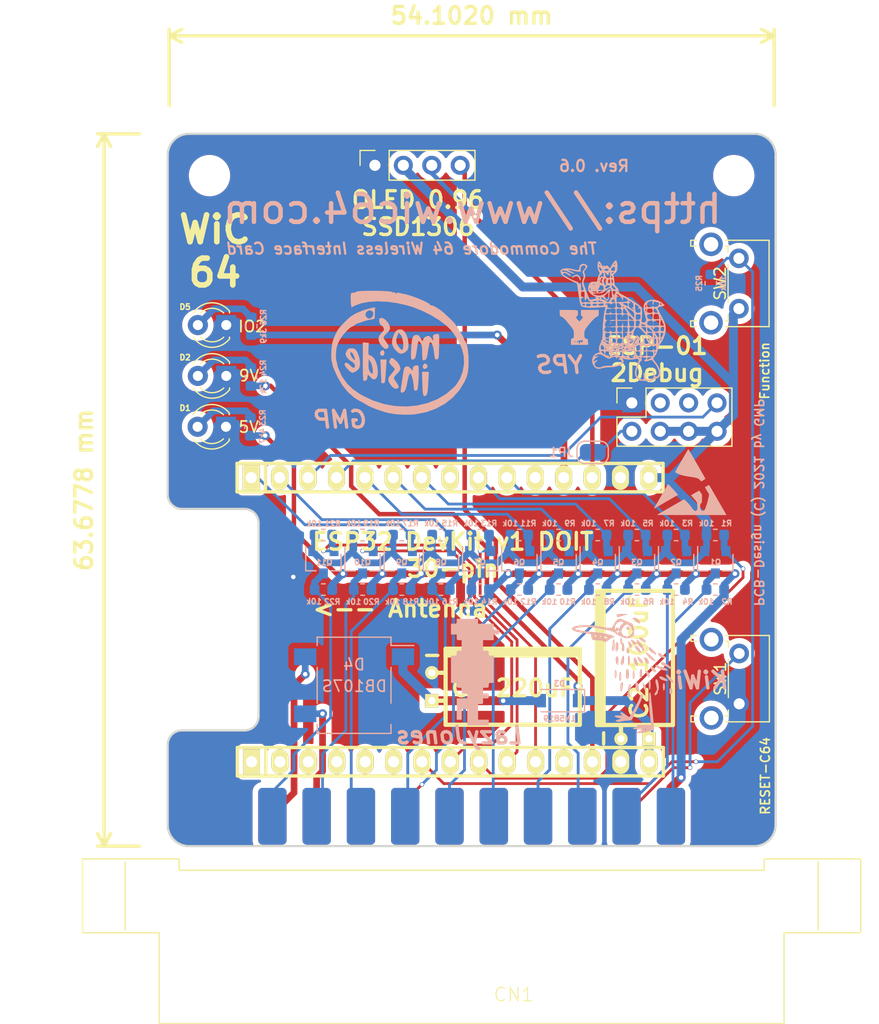
<source format=kicad_pcb>
(kicad_pcb (version 20221018) (generator pcbnew)
  (title_block (title "WiC64 Plugin") (date "2021-03-26") (rev "v0.6") (comment 1 "(C) 2021 by GMP"))
  (layers (0 "F.Cu" signal) (31 "B.Cu" signal) (34 "B.Paste" user) (35 "F.Paste" user) (36 "B.SilkS" user "B.Silkscreen") (37 "F.SilkS" user "F.Silkscreen") (38 "B.Mask" user) (39 "F.Mask" user) (44 "Edge.Cuts" user))
  (net 0 "")
  (net 1 "GND")
  (net 2 "+5V")
  (net 3 "Net-(D3-A)")
  (net 4 "/IO16")
  (net 5 "/IO17")
  (net 6 "/IO18")
  (net 7 "/IO19")
  (net 8 "/VIN")
  (net 9 "/IO21")
  (net 10 "/IO22")
  (net 11 "/IO23")
  (net 12 "/IO25")
  (net 13 "/IO27")
  (net 14 "/IO26")
  (net 15 "/IO14")
  (net 16 "Net-(CN1-RESET)")
  (net 17 "/PC2")
  (net 20 "/FLAG2")
  (net 21 "/PB0")
  (net 22 "/PB1")
  (net 23 "/PB2")
  (net 24 "/PB3")
  (net 25 "/PB4")
  (net 26 "/PB5")
  (net 27 "/PB6")
  (net 28 "/PB7")
  (net 29 "/PA2")
  (net 32 "/SDA")
  (net 33 "/SCL")
  (net 34 "/TX")
  (net 35 "/RX")
  (net 37 "/IO2")
  (net 38 "Net-(CN1-9VAC1)")
  (net 39 "/SW2C")
  (net 40 "/JP1C")
  (net 41 "Net-(CN1-9VAC2)")
  (net 42 "Net-(D1-A)")
  (net 43 "Net-(D2-A)")
  (net 44 "Net-(D5-A)")
  (net 45 "+3.3V")
  (footprint "cbm-connectors:UPS24CONN" (layer "F.Cu") (at 149.352 138.4808 180)
    (fp_text reference "CN1")
    (fp_text value "USERPORT-C64" hide)
  )
  (footprint "LED_THT:LED_D3.0mm" (layer "F.Cu") (at 127.4064 97.8408 180)
    (fp_text reference "D2")
    (fp_text value "9V")
  )
  (footprint "LED_THT:LED_D3.0mm" (layer "F.Cu") (at 127.381 102.3874 180)
    (fp_text reference "D1")
    (fp_text value "5V")
  )
  (footprint "w_capacitors:CP_6.3x11mm_hor" (layer "F.Cu") (at 163.957 123.7488 90)
    (fp_text reference "C2")
    (fp_text value "100uF")
  )
  (footprint "Button_Switch_THT:SW_Tactile_SPST_Angled_PTS645Vx58-2LFS" (layer "F.Cu") (at 173.2788 122.6566 -90)
    (fp_text reference "SW1")
    (fp_text value "RESET-C64")
  )
  (footprint "w_capacitors:CP_6.3x11mm_hor" (layer "F.Cu") (at 152.3238 125.6284)
    (fp_text reference "C1")
    (fp_text value "220uF")
  )
  (footprint "Button_Switch_THT:SW_Tactile_SPST_Angled_PTS645Vx58-2LFS" (layer "F.Cu") (at 173.2534 87.3252 -90)
    (fp_text reference "SW2")
    (fp_text value "Function")
  )
  (footprint "MountingHole:MountingHole_3.2mm_M3_ISO7380" (layer "F.Cu") (at 172.7962 79.9338)
    (fp_text reference "REF**")
    (fp_text value "MountingHole_3.2mm_M3_ISO7380")
  )
  (footprint "MountingHole:MountingHole_3.2mm_M3_ISO7380" (layer "F.Cu") (at 125.9078 79.9338)
    (fp_text reference "REF**")
    (fp_text value "MountingHole_3.2mm_M3_ISO7380")
  )
  (footprint "w_pin_strip:pin_socket_15" (layer "F.Cu") (at 147.447 132.334)
    (fp_text reference "XU1-1")
    (fp_text value "Conn_01x15_Female" hide)
  )
  (footprint "w_pin_strip:pin_socket_15" (layer "F.Cu") (at 147.4216 106.934)
    (fp_text reference "XU1-2")
    (fp_text value "Conn_01x15_Female" hide)
  )
  (footprint "LED_THT:LED_D3.0mm" (layer "F.Cu") (at 127.4064 93.2942 180)
    (fp_text reference "D5")
    (fp_text value "IO2")
  )
  (footprint "Connector_PinSocket_2.54mm:PinSocket_1x04_P2.54mm_Vertical" (layer "F.Cu") (at 140.7028 79.0112 90)
    (fp_text reference "XBrd1")
    (fp_text value "Conn_01x04_Female")
  )
  (footprint "Connector_PinSocket_2.54mm:PinSocket_2x04_P2.54mm_Vertical" (layer "F.Cu") (at 163.6776 100.2538 90)
    (fp_text reference "XU2")
    (fp_text value "HEADER_4x2")
  )
  (footprint "Diode_SMD:D_SOD-123" (layer "B.Cu") (at 157.2006 126.873 180)
    (fp_text reference "D3")
    (fp_text value "1N5819")
  )
  (footprint "Diode_SMD:Diode_Bridge_Diotec_SO-DIL-Slim" (layer "B.Cu") (at 138.8364 125.5014 180)
    (fp_text reference "D4")
    (fp_text value "DB107S")
  )
  (footprint "Resistor_SMD:R_0603_1608Metric" (layer "B.Cu") (at 129.5654 102.3874 90)
    (fp_text reference "R23")
    (fp_text value "4k7")
  )
  (footprint "Resistor_SMD:R_0603_1608Metric" (layer "B.Cu") (at 129.6162 97.9424 90)
    (fp_text reference "R24")
    (fp_text value "12k")
  )
  (footprint "Resistor_SMD:R_0603_1608Metric" (layer "B.Cu") (at 164.1348 116.9416 180)
    (fp_text reference "R6")
    (fp_text value "10k")
  )
  (footprint "Package_TO_SOT_SMD:SOT-23" (layer "B.Cu") (at 167.64 114.5032 -90)
    (fp_text reference "Q2")
    (fp_text value "BSS138")
  )
  (footprint "Resistor_SMD:R_0603_1608Metric" (layer "B.Cu") (at 143.1036 112.0648)
    (fp_text reference "R17")
    (fp_text value "10k")
  )
  (footprint "Package_TO_SOT_SMD:SOT-23" (layer "B.Cu") (at 136.0932 114.5032 -90)
    (fp_text reference "Q11")
    (fp_text value "BSS138")
  )
  (footprint "Package_TO_SOT_SMD:SOT-23" (layer "B.Cu") (at 171.1452 114.5032 -90)
    (fp_text reference "Q1")
    (fp_text value "BSS138")
  )
  (footprint "Resistor_SMD:R_0603_1608Metric" (layer "B.Cu") (at 153.6192 116.9416 180)
    (fp_text reference "R12")
    (fp_text value "10k")
  )
  (footprint "Resistor_SMD:R_0603_1608Metric" (layer "B.Cu") (at 143.1036 116.9416 180)
    (fp_text reference "R18")
    (fp_text value "10k")
  )
  (footprint "Package_TO_SOT_SMD:SOT-23" (layer "B.Cu") (at 164.1348 114.5032 -90)
    (fp_text reference "Q3")
    (fp_text value "BSS138")
  )
  (footprint "Package_TO_SOT_SMD:SOT-23" (layer "B.Cu") (at 150.114 114.5032 -90)
    (fp_text reference "Q7")
    (fp_text value "BSS138")
  )
  (footprint "Resistor_SMD:R_0603_1608Metric" (layer "B.Cu") (at 157.1244 116.9416 180)
    (fp_text reference "R10")
    (fp_text value "10k")
  )
  (footprint "Package_TO_SOT_SMD:SOT-23" (layer "B.Cu") (at 143.1036 114.5032 -90)
    (fp_text reference "Q9")
    (fp_text value "BSS138")
  )
  (footprint "Package_TO_SOT_SMD:SOT-23" (layer "B.Cu") (at 160.6296 114.5032 -90)
    (fp_text reference "Q4")
    (fp_text value "BSS138")
  )
  (footprint "Resistor_SMD:R_0603_1608Metric" (layer "B.Cu") (at 160.6296 112.0648)
    (fp_text reference "R7")
    (fp_text value "10k")
  )
  (footprint "Package_TO_SOT_SMD:SOT-23" (layer "B.Cu") (at 157.1244 114.5032 -90)
    (fp_text reference "Q5")
    (fp_text value "BSS138")
  )
  (footprint "Resistor_SMD:R_0603_1608Metric" (layer "B.Cu") (at 139.5984 116.9416 180)
    (fp_text reference "R20")
    (fp_text value "10k")
  )
  (footprint "Package_TO_SOT_SMD:SOT-23" (layer "B.Cu") (at 153.6192 114.5032 -90)
    (fp_text reference "Q6")
    (fp_text value "BSS138")
  )
  (footprint "Resistor_SMD:R_0603_1608Metric" (layer "B.Cu") (at 167.64 116.9416 180)
    (fp_text reference "R4")
    (fp_text value "10k")
  )
  (footprint "Package_TO_SOT_SMD:SOT-23" (layer "B.Cu") (at 146.6088 114.5032 -90)
    (fp_text reference "Q8")
    (fp_text value "BSS138")
  )
  (footprint "Resistor_SMD:R_0603_1608Metric" (layer "B.Cu") (at 164.1348 112.0648)
    (fp_text reference "R5")
    (fp_text value "10k")
  )
  (footprint "Resistor_SMD:R_0603_1608Metric" (layer "B.Cu") (at 136.0932 116.9416 180)
    (fp_text reference "R22")
    (fp_text value "10k")
  )
  (footprint "Resistor_SMD:R_0603_1608Metric" (layer "B.Cu") (at 160.6296 116.9416 180)
    (fp_text reference "R8")
    (fp_text value "10k")
  )
  (footprint "Resistor_SMD:R_0603_1608Metric" (layer "B.Cu") (at 153.6192 112.0648)
    (fp_text reference "R11")
    (fp_text value "10k")
  )
  (footprint "Resistor_SMD:R_0603_1608Metric" (layer "B.Cu") (at 171.1452 116.9416 180)
    (fp_text reference "R2")
    (fp_text value "10k")
  )
  (footprint "Resistor_SMD:R_0603_1608Metric" (layer "B.Cu") (at 146.6088 116.9416 180)
    (fp_text reference "R16")
    (fp_text value "10k")
  )
  (footprint "Resistor_SMD:R_0603_1608Metric" (layer "B.Cu") (at 139.5984 112.0648)
    (fp_text reference "R19")
    (fp_text value "10k")
  )
  (footprint "Resistor_SMD:R_0603_1608Metric" (layer "B.Cu") (at 167.64 112.0648)
    (fp_text reference "R3")
    (fp_text value "10k")
  )
  (footprint "Resistor_SMD:R_0603_1608Metric" (layer "B.Cu") (at 150.114 112.0648)
    (fp_text reference "R13")
    (fp_text value "10k")
  )
  (footprint "Resistor_SMD:R_0603_1608Metric" (layer "B.Cu") (at 157.1244 112.0648)
    (fp_text reference "R9")
    (fp_text value "10k")
  )
  (footprint "Resistor_SMD:R_0603_1608Metric" (layer "B.Cu") (at 171.1452 112.0648)
    (fp_text reference "R1")
    (fp_text value "10k")
  )
  (footprint "Resistor_SMD:R_0603_1608Metric" (layer "B.Cu") (at 146.6088 112.0648)
    (fp_text reference "R15")
    (fp_text value "10k")
  )
  (footprint "Resistor_SMD:R_0603_1608Metric" (layer "B.Cu") (at 136.0932 112.0648)
    (fp_text reference "R21")
    (fp_text value "10k")
  )
  (footprint "Package_TO_SOT_SMD:SOT-23" (layer "B.Cu") (at 139.5984 114.5032 -90)
    (fp_text reference "Q10")
    (fp_text value "BSS138")
  )
  (footprint "Resistor_SMD:R_0603_1608Metric" (layer "B.Cu") (at 150.114 116.9416 180)
    (fp_text reference "R14")
    (fp_text value "10k")
  )
  (footprint "Resistor_SMD:R_0603_1608Metric" (layer "B.Cu") (at 170.7388 89.5604 -90)
    (fp_text reference "R25")
    (fp_text value "10k")
  )
  (footprint "Jumper:SolderJumper-2_P1.3mm_Open_RoundedPad1.0x1.5mm" (layer "B.Cu") (at 160.1724 104.6734)
    (fp_text reference "JP1")
    (fp_text value "Jumper_Open")
  )
  (footprint "Resistor_SMD:R_0603_1608Metric" (layer "B.Cu") (at 129.6416 93.3958 90)
    (fp_text reference "R26")
    (fp_text value "3k9")
  )
  (footprint "Logo:GMP" (layer "B.Cu") (at 142.9004 95.7834 180)
    (fp_text reference "G***" hide)
    (fp_text value "LOGO" hide)
  )
  (footprint "Logo:YPS2" (layer "B.Cu") (at 161.9885 92.9005 180)
    (fp_text reference "G***" hide)
    (fp_text value "LOGO" hide)
  )
  (footprint "Logo:LazyJones2" (layer "B.Cu") (at 149.6695 124.3203 180)
    (fp_text reference "G***" hide)
    (fp_text value "LOGO" hide)
  )
  (footprint "Logo:KiWi" (layer "B.Cu") (at 162.9029 124.4473 180)
    (fp_text reference "G***" hide)
    (fp_text value "LOGO" hide)
  )
  (footprint "Symbol:ESD-Logo_6.6x6mm_SilkScreen" (layer "B.Cu") (at 168.8846 107.315 180)
    (fp_text reference "REF**" hide)
    (fp_text value "ESD-Logo_6.6x6mm_SilkScreen" hide)
  )
  (gr_arc (start 174.498 76.2) (mid 175.975029 76.754971) (end 176.53 78.232) (stroke (width 0.2)) (layer "Edge.Cuts"))
  (gr_arc (start 122.174 78.105) (mid 122.731962 76.757962) (end 124.079 76.2) (stroke (width 0.2)) (layer "Edge.Cuts"))
  (gr_arc (start 124.079 139.8778) (mid 122.774645 139.362778) (end 122.174 138.095571) (stroke (width 0.2)) (layer "Edge.Cuts"))
  (gr_line (start 123.444 129.54) (end 129.0066 129.54) (stroke (width 0.2)) (layer "Edge.Cuts"))
  (gr_arc (start 122.174 130.80855) (mid 122.546487 129.911462) (end 123.444 129.54) (stroke (width 0.2)) (layer "Edge.Cuts"))
  (gr_arc (start 130.302 128.27) (mid 129.929543 129.167144) (end 129.032 129.538636) (stroke (width 0.2)) (layer "Edge.Cuts"))
  (gr_arc (start 129.032 109.728) (mid 129.930026 110.099974) (end 130.302 110.998) (stroke (width 0.2)) (layer "Edge.Cuts"))
  (gr_arc (start 123.444 109.728) (mid 122.545974 109.356026) (end 122.174 108.458) (stroke (width 0.2)) (layer "Edge.Cuts"))
  (gr_line (start 124.0536 139.8778) (end 174.5996 139.8778) (stroke (width 0.2)) (layer "Edge.Cuts"))
  (gr_line (start 123.444 109.728) (end 129.0066 109.728) (stroke (width 0.2)) (layer "Edge.Cuts"))
  (gr_line (start 122.174 78.105) (end 122.174 108.4326) (stroke (width 0.2)) (layer "Edge.Cuts"))
  (gr_line (start 124.079 76.2) (end 174.498 76.2) (stroke (width 0.2)) (layer "Edge.Cuts"))
  (gr_line (start 176.53 78.232) (end 176.53 137.9728) (stroke (width 0.2)) (layer "Edge.Cuts"))
  (gr_line (start 130.302 110.9726) (end 130.302 128.2446) (stroke (width 0.2)) (layer "Edge.Cuts"))
  (gr_arc (start 176.53 137.9728) (mid 175.972038 139.319838) (end 174.625 139.8778) (stroke (width 0.2)) (layer "Edge.Cuts"))
  (gr_line (start 122.174 130.81) (end 122.174 138.0998) (stroke (width 0.2)) (layer "Edge.Cuts"))
  (gr_text "YPS" (at 157.3022 96.8502) (layer "B.SilkS") (effects (font (size 1.5 1.5) (thickness 0.3) italic) (justify mirror)))
  (gr_text "GMP" (at 137.668 101.7397) (layer "B.SilkS") (effects (font (size 1.5 1.5) (thickness 0.3) italic) (justify mirror)))
  (gr_text "Rev. 0.6" (at 160.2994 79.0702) (layer "B.SilkS") (effects (font (size 1 1) (thickness 0.2)) (justify mirror)))
  (gr_text "LazyJones" (at 148.2852 129.9718) (layer "B.SilkS") (effects (font (size 1.5 1.5) (thickness 0.3) italic) (justify mirror)))
  (gr_text "The Commodore 64 Wireless Interface Card" (at 144.0434 86.4616) (layer "B.SilkS") (effects (font (size 1 1) (thickness 0.2) italic) (justify mirror)))
  (gr_text "https://www.wic64.com\n" (at 149.4028 82.931) (layer "B.SilkS") (effects (font (size 2.5 2.5) (thickness 0.4)) (justify mirror)))
  (gr_text "PCB-Design (C) 2021 by GMP" (at 175.0314 109.1438 270) (layer "B.SilkS") (effects (font (size 0.8 0.8)) (justify mirror)))
  (gr_text "KiWi" (at 170.0022 125.0569) (layer "B.SilkS") (effects (font (size 1.5 1.5) (thickness 0.3) italic) (justify mirror)))
  (gr_text "WiC\n64" (at 126.3904 86.6902) (layer "F.SilkS") (effects (font (size 2.4 2.4) (thickness 0.5))))
  (gr_text "ESP32 DevKit v1 DOIT\n30-pin" (at 147.6756 113.8682) (layer "F.SilkS") (effects (font (size 1.5 1.5) (thickness 0.3))))
  (gr_text "ESP-01\n2Debug" (at 165.9382 96.3676) (layer "F.SilkS") (effects (font (size 1.5 1.5) (thickness 0.3))))
  (gr_text "OLED 0.96\nSSD1306" (at 144.5514 83.312) (layer "F.SilkS") (effects (font (size 1.5 1.5) (thickness 0.3))))
  (gr_text "<-- Antenna" (at 142.9766 118.6434) (layer "F.SilkS") (effects (font (size 1.5 1.5) (thickness 0.3))))
  (dimension (type aligned) (layer "F.SilkS") (pts (xy 176.403 73.66) (xy 122.301 73.66)) (height 6.223) (gr_text "54.1020 mm" (at 149.352 65.637) (layer "F.SilkS") (effects (font (size 1.5 1.5) (thickness 0.3)))) (format (prefix "") (suffix "") (units 2) (units_format 1) (precision 4)) (style (thickness 0.3) (arrow_length 1.27) (text_position_mode 0) (extension_height 0.58642) (extension_offset 0) keep_text_aligned))
  (dimension (type aligned) (layer "F.SilkS") (pts (xy 119.634 139.8778) (xy 119.634 76.2)) (height -3.1496) (gr_text "63.6778 mm" (at 114.6844 108.0389 90) (layer "F.SilkS") (effects (font (size 1.5 1.5) (thickness 0.3)))) (format (prefix "") (suffix "") (units 2) (units_format 1) (precision 4)) (style (thickness 0.3) (arrow_length 1.27) (text_position_mode 0) (extension_height 0.58642) (extension_offset 0) keep_text_aligned))
  (via (at 133.4008 115.8113) (size 0.8) (drill 0.4) (layers "F.Cu" "B.Cu") (net 1))
  (segment (start 169.3926 115.5192) (end 172.8978 115.5192) (width 0.6) (layer "F.Cu") (net 2))
  (segment (start 133.457001 105.745601) (end 131.286199 103.574799) (width 0.4) (layer "F.Cu") (net 2))
  (segment (start 137.8458 115.5192) (end 137.237198 115.5192) (width 0.4) (layer "F.Cu") (net 2))
  (segment (start 162.3822 115.5192) (end 165.8874 115.5192) (width 0.6) (layer "F.Cu") (net 2))
  (segment (start 131.286199 103.574799) (end 130.8862 103.1748) (width 0.4) (layer "F.Cu") (net 2))
  (segment (start 167.1708 137.033) (end 167.1708 134.6712) (width 0.8) (layer "F.Cu") (net 2))
  (segment (start 148.3614 115.5192) (end 148.3614 118.237) (width 0.8) (layer "F.Cu") (net 2))
  (segment (start 133.457001 111.739003) (end 133.457001 105.745601) (width 0.4) (layer "F.Cu") (net 2))
  (segment (start 137.8458 115.5192) (end 141.351 115.5192) (width 0.6) (layer "F.Cu") (net 2))
  (segment (start 165.8874 115.5192) (end 169.3926 115.5192) (width 0.6) (layer "F.Cu") (net 2))
  (segment (start 155.3718 115.5192) (end 152.619134 115.5192) (width 0.6) (layer "F.Cu") (net 2))
  (segment (start 148.3614 118.237) (end 148.996403 118.872003) (width 0.8) (layer "F.Cu") (net 2))
  (segment (start 137.237198 115.5192) (end 133.457001 111.739003) (width 0.4) (layer "F.Cu") (net 2))
  (segment (start 158.877 115.5192) (end 162.3822 115.5192) (width 0.6) (layer "F.Cu") (net 2))
  (segment (start 144.8562 115.5192) (end 148.3614 115.5192) (width 0.6) (layer "F.Cu") (net 2))
  (segment (start 155.3718 115.5192) (end 158.877 115.5192) (width 0.6) (layer "F.Cu") (net 2))
  (segment (start 141.351 115.5192) (end 144.8562 115.5192) (width 0.6) (layer "F.Cu") (net 2))
  (segment (start 167.1708 134.6712) (end 168.0856 133.7564) (width 0.8) (layer "F.Cu") (net 2))
  (via (at 158.877 115.5192) (size 0.8) (drill 0.4) (layers "F.Cu" "B.Cu") (net 2))
  (via (at 137.8458 115.5192) (size 0.8) (drill 0.4) (layers "F.Cu" "B.Cu") (net 2))
  (via (at 162.3822 115.5192) (size 0.8) (drill 0.4) (layers "F.Cu" "B.Cu") (net 2))
  (via (at 168.0856 133.7564) (size 0.8) (drill 0.4) (layers "F.Cu" "B.Cu") (net 2))
  (via (at 148.996403 118.872003) (size 0.8) (drill 0.4) (layers "F.Cu" "B.Cu") (net 2))
  (via (at 148.3614 115.5192) (size 0.8) (drill 0.4) (layers "F.Cu" "B.Cu") (net 2))
  (via (at 152.619134 115.5192) (size 0.8) (drill 0.4) (layers "F.Cu" "B.Cu") (net 2))
  (via (at 169.3926 115.5192) (size 0.8) (drill 0.4) (layers "F.Cu" "B.Cu") (net 2))
  (via (at 172.8978 115.5192) (size 0.8) (drill 0.4) (layers "F.Cu" "B.Cu") (net 2))
  (via (at 144.8562 115.5192) (size 0.8) (drill 0.4) (layers "F.Cu" "B.Cu") (net 2))
  (via (at 155.3718 115.5192) (size 0.8) (drill 0.4) (layers "F.Cu" "B.Cu") (net 2))
  (via (at 130.8862 103.1748) (size 0.8) (drill 0.4) (layers "F.Cu" "B.Cu") (net 2))
  (via (at 165.8874 115.5192) (size 0.8) (drill 0.4) (layers "F.Cu" "B.Cu") (net 2))
  (via (at 141.351 115.5192) (size 0.8) (drill 0.4) (layers "F.Cu" "B.Cu") (net 2))
  (segment (start 136.8807 116.9416) (end 136.8807 116.4843) (width 0.6) (layer "B.Cu") (net 2))
  (segment (start 150.9015 116.9416) (end 151.196734 116.9416) (width 0.6) (layer "B.Cu") (net 2))
  (segment (start 154.4067 116.9416) (end 154.4067 116.4843) (width 0.6) (layer "B.Cu") (net 2))
  (segment (start 168.0856 133.7564) (end 168.0856 121.4236) (width 0.8) (layer "B.Cu") (net 2))
  (segment (start 140.3859 116.9416) (end 140.3859 116.4843) (width 0.6) (layer "B.Cu") (net 2))
  (segment (start 148.996403 118.872003) (end 149.562088 118.872003) (width 0.8) (layer "B.Cu") (net 2))
  (segment (start 171.9327 116.4843) (end 172.8978 115.5192) (width 0.6) (layer "B.Cu") (net 2))
  (segment (start 136.8807 116.4843) (end 137.8458 115.5192) (width 0.6) (layer "B.Cu") (net 2))
  (segment (start 130.8862 103.1748) (end 129.5655 103.1748) (width 0.6) (layer "B.Cu") (net 2))
  (segment (start 171.9327 116.9416) (end 171.9327 116.4843) (width 0.6) (layer "B.Cu") (net 2))
  (segment (start 157.9119 116.4843) (end 158.877 115.5192) (width 0.6) (layer "B.Cu") (net 2))
  (segment (start 149.562088 118.872003) (end 150.9015 117.532591) (width 0.8) (layer "B.Cu") (net 2))
  (segment (start 168.4275 116.9416) (end 168.4275 116.4843) (width 0.6) (layer "B.Cu") (net 2))
  (segment (start 164.9223 116.9416) (end 164.9223 116.4843) (width 0.6) (layer "B.Cu") (net 2))
  (segment (start 168.0856 121.4236) (end 171.9327 117.5765) (width 0.8) (layer "B.Cu") (net 2))
  (segment (start 171.9327 117.5166) (end 171.9327 116.9416) (width 0.8) (layer "B.Cu") (net 2))
  (segment (start 129.5655 103.1748) (end 129.5654 103.1749) (width 0.6) (layer "B.Cu") (net 2))
  (segment (start 161.4171 116.9416) (end 161.4171 116.4843) (width 0.6) (layer "B.Cu") (net 2))
  (segment (start 164.9223 116.4843) (end 165.8874 115.5192) (width 0.6) (layer "B.Cu") (net 2))
  (segment (start 150.9015 117.532591) (end 150.9015 117.5166) (width 0.8) (layer "B.Cu") (net 2))
  (segment (start 154.4067 116.4843) (end 155.3718 115.5192) (width 0.6) (layer "B.Cu") (net 2))
  (segment (start 147.3963 116.4843) (end 148.3614 115.5192) (width 0.6) (layer "B.Cu") (net 2))
  (segment (start 168.4275 116.4843) (end 169.3926 115.5192) (width 0.6) (layer "B.Cu") (net 2))
  (segment (start 140.3859 116.4843) (end 141.351 115.5192) (width 0.6) (layer "B.Cu") (net 2))
  (segment (start 143.8911 116.9416) (end 143.8911 116.4843) (width 0.6) (layer "B.Cu") (net 2))
  (segment (start 171.9327 117.5765) (end 171.9327 117.5166) (width 0.8) (layer "B.Cu") (net 2))
  (segment (start 151.196734 116.9416) (end 152.619134 115.5192) (width 0.6) (layer "B.Cu") (net 2))
  (segment (start 157.9119 116.9416) (end 157.9119 116.4843) (width 0.6) (layer "B.Cu") (net 2))
  (segment (start 143.8911 116.4843) (end 144.8562 115.5192) (width 0.6) (layer "B.Cu") (net 2))
  (segment (start 161.4171 116.4843) (end 162.3822 115.5192) (width 0.6) (layer "B.Cu") (net 2))
  (segment (start 150.9015 117.5166) (end 150.9015 116.9416) (width 0.8) (layer "B.Cu") (net 2))
  (segment (start 147.3963 116.9416) (end 147.3963 116.4843) (width 0.6) (layer "B.Cu") (net 2))
  (segment (start 147.1898 126.8784) (end 152.1714 126.8784) (width 0.8) (layer "F.Cu") (net 3))
  (segment (start 145.7898 126.8784) (end 147.1898 126.8784) (width 0.8) (layer "F.Cu") (net 3))
  (via (at 152.1714 126.8784) (size 0.8) (drill 0.4) (layers "F.Cu" "B.Cu") (net 3))
  (segment (start 152.1768 126.873) (end 152.1714 126.8784) (width 0.8) (layer "B.Cu") (net 3))
  (segment (start 143.2064 124.295) (end 145.7898 126.8784) (width 0.8) (layer "B.Cu") (net 3))
  (segment (start 143.2064 122.9514) (end 143.2064 124.295) (width 0.8) (layer "B.Cu") (net 3))
  (segment (start 155.5506 126.873) (end 152.1768 126.873) (width 0.8) (layer "B.Cu") (net 3))
  (segment (start 154.591346 108.35883) (end 155.491854 108.35883) (width 0.25) (layer "B.Cu") (net 4))
  (segment (start 168.4275 112.0648) (end 168.4275 113.3407) (width 0.6) (layer "B.Cu") (net 4))
  (segment (start 159.668916 108.3564) (end 159.671346 108.35883) (width 0.25) (layer "B.Cu") (net 4))
  (segment (start 155.491854 108.35883) (end 155.494284 108.3564) (width 0.25) (layer "B.Cu") (net 4))
  (segment (start 164.7191 108.3564) (end 167.965888 111.603188) (width 0.25) (layer "B.Cu") (net 4))
  (segment (start 167.965888 111.603188) (end 168.4275 112.0648) (width 0.25) (layer "B.Cu") (net 4))
  (segment (start 158.031854 108.35883) (end 158.034284 108.3564) (width 0.25) (layer "B.Cu") (net 4))
  (segment (start 163.111854 108.35883) (end 163.114284 108.3564) (width 0.25) (layer "B.Cu") (net 4))
  (segment (start 153.9494 108.3564) (end 154.588916 108.3564) (width 0.25) (layer "B.Cu") (net 4))
  (segment (start 152.527 106.934) (end 153.9494 108.3564) (width 0.25) (layer "B.Cu") (net 4))
  (segment (start 157.131346 108.35883) (end 158.031854 108.35883) (width 0.25) (layer "B.Cu") (net 4))
  (segment (start 158.034284 108.3564) (end 159.668916 108.3564) (width 0.25) (layer "B.Cu") (net 4))
  (segment (start 160.574284 108.3564) (end 162.208916 108.3564) (width 0.25) (layer "B.Cu") (net 4))
  (segment (start 168.4275 113.3407) (end 168.59 113.5032) (width 0.6) (layer "B.Cu") (net 4))
  (segment (start 154.588916 108.3564) (end 154.591346 108.35883) (width 0.25) (layer "B.Cu") (net 4))
  (segment (start 157.128916 108.3564) (end 157.131346 108.35883) (width 0.25) (layer "B.Cu") (net 4))
  (segment (start 163.114284 108.3564) (end 164.7191 108.3564) (width 0.25) (layer "B.Cu") (net 4))
  (segment (start 160.571854 108.35883) (end 160.574284 108.3564) (width 0.25) (layer "B.Cu") (net 4))
  (segment (start 155.494284 108.3564) (end 157.128916 108.3564) (width 0.25) (layer "B.Cu") (net 4))
  (segment (start 162.211346 108.35883) (end 163.111854 108.35883) (width 0.25) (layer "B.Cu") (net 4))
  (segment (start 162.208916 108.3564) (end 162.211346 108.35883) (width 0.25) (layer "B.Cu") (net 4))
  (segment (start 159.671346 108.35883) (end 160.571854 108.35883) (width 0.25) (layer "B.Cu") (net 4))
  (segment (start 164.9223 113.3407) (end 165.0848 113.5032) (width 0.6) (layer "B.Cu") (net 5))
  (segment (start 151.8666 108.8136) (end 161.6711 108.8136) (width 0.25) (layer "B.Cu") (net 5))
  (segment (start 161.6711 108.8136) (end 164.460688 111.603188) (width 0.25) (layer "B.Cu") (net 5))
  (segment (start 164.460688 111.603188) (end 164.9223 112.0648) (width 0.25) (layer "B.Cu") (net 5))
  (segment (start 149.987 106.934) (end 151.8666 108.8136) (width 0.25) (layer "B.Cu") (net 5))
  (segment (start 164.9223 112.0648) (end 164.9223 113.3407) (width 0.6) (layer "B.Cu") (net 5))
  (segment (start 147.2692 109.2962) (end 158.6485 109.2962) (width 0.25) (layer "B.Cu") (net 6))
  (segment (start 161.4171 112.0648) (end 161.4171 113.3407) (width 0.6) (layer "B.Cu") (net 6))
  (segment (start 144.907 106.934) (end 147.2692 109.2962) (width 0.25) (layer "B.Cu") (net 6))
  (segment (start 161.4171 113.3407) (end 161.5796 113.5032) (width 0.6) (layer "B.Cu") (net 6))
  (segment (start 160.955488 111.603188) (end 161.4171 112.0648) (width 0.25) (layer "B.Cu") (net 6))
  (segment (start 158.6485 109.2962) (end 160.955488 111.603188) (width 0.25) (layer "B.Cu") (net 6))
  (segment (start 157.450288 111.603188) (end 157.9119 112.0648) (width 0.25) (layer "B.Cu") (net 7))
  (segment (start 157.9119 113.3407) (end 158.0744 113.5032) (width 0.6) (layer "B.Cu") (net 7))
  (segment (start 157.9119 112.0648) (end 157.9119 113.3407) (width 0.6) (layer "B.Cu") (net 7))
  (segment (start 145.1864 109.7534) (end 155.6005 109.7534) (width 0.25) (layer "B.Cu") (net 7))
  (segment (start 155.6005 109.7534) (end 157.450288 111.603188) (width 0.25) (layer "B.Cu") (net 7))
  (segment (start 142.367 106.934) (end 145.1864 109.7534) (width 0.25) (layer "B.Cu") (net 7))
  (segment (start 150.714001 116.874316) (end 150.714001 113.199199) (width 0.4) (layer "F.Cu") (net 8))
  (segment (start 158.8516 125.011915) (end 150.714001 116.874316) (width 0.4) (layer "F.Cu") (net 8))
  (segment (start 138.576999 105.937999) (end 131.3688 98.7298) (width 0.4) (layer "F.Cu") (net 8))
  (segment (start 147.712702 110.1979) (end 141.0843 110.1979) (width 0.4) (layer "F.Cu") (net 8))
  (segment (start 158.8516 125.5776) (end 158.8516 125.011915) (width 0.4) (layer "F.Cu") (net 8))
  (segment (start 131.3688 98.7298) (end 130.9116 98.7298) (width 0.4) (layer "F.Cu") (net 8))
  (segment (start 165.207 132.314) (end 165.227 132.334) (width 0.8) (layer "F.Cu") (net 8))
  (segment (start 150.714001 113.199199) (end 147.712702 110.1979) (width 0.4) (layer "F.Cu") (net 8))
  (segment (start 138.576999 107.690599) (end 138.576999 105.937999) (width 0.4) (layer "F.Cu") (net 8))
  (segment (start 141.0843 110.1979) (end 138.576999 107.690599) (width 0.4) (layer "F.Cu") (net 8))
  (via (at 158.8516 125.5776) (size 0.8) (drill 0.4) (layers "F.Cu" "B.Cu") (net 8))
  (via (at 130.9116 98.7298) (size 0.8) (drill 0.4) (layers "F.Cu" "B.Cu") (net 8))
  (segment (start 158.8506 126.873) (end 163.1972 126.873) (width 0.8) (layer "B.Cu") (net 8))
  (segment (start 163.1972 126.873) (end 165.207 128.8828) (width 0.8) (layer "B.Cu") (net 8))
  (segment (start 165.207 128.8828) (end 165.207 130.2828) (width 0.8) (layer "B.Cu") (net 8))
  (segment (start 158.8516 125.5776) (end 158.8516 126.872) (width 0.6) (layer "B.Cu") (net 8))
  (segment (start 158.8516 126.872) (end 158.8506 126.873) (width 0.6) (layer "B.Cu") (net 8))
  (segment (start 130.9116 98.7298) (end 129.6163 98.7298) (width 0.6) (layer "B.Cu") (net 8))
  (segment (start 129.6163 98.7298) (end 129.6162 98.7299) (width 0.6) (layer "B.Cu") (net 8))
  (segment (start 165.207 130.2828) (end 165.207 132.314) (width 0.8) (layer "B.Cu") (net 8))
  (segment (start 165.207 132.314) (end 165.227 132.334) (width 0.8) (layer "B.Cu") (net 8))
  (segment (start 139.827 106.934) (end 143.1036 110.2106) (width 0.25) (layer "B.Cu") (net 9))
  (segment (start 154.4067 112.0648) (end 154.4067 113.3407) (width 0.6) (layer "B.Cu") (net 9))
  (segment (start 153.945088 111.603188) (end 154.4067 112.0648) (width 0.25) (layer "B.Cu") (net 9))
  (segment (start 152.5525 110.2106) (end 153.945088 111.603188) (width 0.25) (layer "B.Cu") (net 9))
  (segment (start 154.4067 113.3407) (end 154.5692 113.5032) (width 0.6) (layer "B.Cu") (net 9))
  (segment (start 143.1036 110.2106) (end 152.5525 110.2106) (width 0.25) (layer "B.Cu") (net 9))
  (segment (start 147.3963 113.3407) (end 147.5588 113.5032) (width 0.6) (layer "B.Cu") (net 10))
  (segment (start 146.934688 111.603188) (end 147.3963 112.0648) (width 0.25) (layer "B.Cu") (net 10))
  (segment (start 135.9662 110.6932) (end 146.0247 110.6932) (width 0.25) (layer "B.Cu") (net 10))
  (segment (start 147.3963 112.0648) (end 147.3963 113.3407) (width 0.6) (layer "B.Cu") (net 10))
  (segment (start 146.0247 110.6932) (end 146.934688 111.603188) (width 0.25) (layer "B.Cu") (net 10))
  (segment (start 132.207 106.934) (end 135.9662 110.6932) (width 0.25) (layer "B.Cu") (net 10))
  (segment (start 134.4422 111.1504) (end 142.9767 111.1504) (width 0.25) (layer "B.Cu") (net 11))
  (segment (start 130.2258 106.934) (end 134.4422 111.1504) (width 0.25) (layer "B.Cu") (net 11))
  (segment (start 143.429488 111.603188) (end 143.8911 112.0648) (width 0.25) (layer "B.Cu") (net 11))
  (segment (start 143.8911 113.3407) (end 144.0536 113.5032) (width 0.6) (layer "B.Cu") (net 11))
  (segment (start 143.8911 112.0648) (end 143.8911 113.3407) (width 0.6) (layer "B.Cu") (net 11))
  (segment (start 142.9767 111.1504) (end 143.429488 111.603188) (width 0.25) (layer "B.Cu") (net 11))
  (segment (start 129.667 106.934) (end 130.2258 106.934) (width 0.25) (layer "B.Cu") (net 11))
  (segment (start 152.9334 129.032) (end 152.9334 121.6152) (width 0.25) (layer "F.Cu") (net 12))
  (segment (start 149.1488 117.8306) (end 149.1488 115.0874) (width 0.25) (layer "F.Cu") (net 12))
  (segment (start 151.13 130.8354) (end 152.9334 129.032) (width 0.25) (layer "F.Cu") (net 12))
  (segment (start 147.447 132.334) (end 148.9456 130.8354) (width 0.25) (layer "F.Cu") (net 12))
  (segment (start 152.9334 121.6152) (end 149.1488 117.8306) (width 0.25) (layer "F.Cu") (net 12))
  (segment (start 148.9456 130.8354) (end 151.13 130.8354) (width 0.25) (layer "F.Cu") (net 12))
  (segment (start 147.5486 113.4872) (end 139.881242 113.4872) (width 0.25) (layer "F.Cu") (net 12))
  (segment (start 139.881242 113.4872) (end 139.5984 113.4872) (width 0.25) (layer "F.Cu") (net 12))
  (segment (start 149.1488 115.0874) (end 147.5486 113.4872) (width 0.25) (layer "F.Cu") (net 12))
  (via (at 139.5984 113.4872) (size 0.4) (drill 0.3) (layers "F.Cu" "B.Cu") (net 12))
  (segment (start 140.5324 113.4872) (end 140.5484 113.5032) (width 0.25) (layer "B.Cu") (net 12))
  (segment (start 139.5984 113.4872) (end 140.5324 113.4872) (width 0.25) (layer "B.Cu") (net 12))
  (segment (start 140.3859 113.3407) (end 140.5484 113.5032) (width 0.6) (layer "B.Cu") (net 12))
  (segment (start 140.3859 112.0648) (end 140.3859 113.3407) (width 0.6) (layer "B.Cu") (net 12))
  (segment (start 136.618201 112.962199) (end 136.293199 113.287201) (width 0.25) (layer "F.Cu") (net 13))
  (segment (start 153.416 131.445) (end 153.416 121.4374) (width 0.25) (layer "F.Cu") (net 13))
  (segment (start 147.660009 112.962199) (end 136.618201 112.962199) (width 0.25) (layer "F.Cu") (net 13))
  (segment (start 149.598809 114.900999) (end 147.660009 112.962199) (width 0.25) (layer "F.Cu") (net 13))
  (segment (start 152.527 132.334) (end 153.416 131.445) (width 0.25) (layer "F.Cu") (net 13))
  (segment (start 136.293199 113.287201) (end 136.0932 113.4872) (width 0.25) (layer "F.Cu") (net 13))
  (segment (start 153.416 121.4374) (end 149.598809 117.620209) (width 0.25) (layer "F.Cu") (net 13))
  (segment (start 149.598809 117.620209) (end 149.598809 114.900999) (width 0.25) (layer "F.Cu") (net 13))
  (via (at 136.0932 113.4872) (size 0.4) (drill 0.3) (layers "F.Cu" "B.Cu") (net 13))
  (segment (start 136.0932 113.4872) (end 137.0272 113.4872) (width 0.25) (layer "B.Cu") (net 13))
  (segment (start 136.8807 113.3407) (end 137.0432 113.5032) (width 0.6) (layer "B.Cu") (net 13))
  (segment (start 136.8807 112.0648) (end 136.8807 113.3407) (width 0.6) (layer "B.Cu") (net 13))
  (segment (start 137.0272 113.4872) (end 137.0432 113.5032) (width 0.25) (layer "B.Cu") (net 13))
  (segment (start 161.4424 128.047602) (end 173.622801 115.867201) (width 0.25) (layer "F.Cu") (net 14))
  (segment (start 160.6804 133.8072) (end 161.4424 133.0452) (width 0.25) (layer "F.Cu") (net 14))
  (segment (start 151.4602 133.8072) (end 160.6804 133.8072) (width 0.25) (layer "F.Cu") (net 14))
  (segment (start 149.987 132.334) (end 151.4602 133.8072) (width 0.25) (layer "F.Cu") (net 14))
  (segment (start 161.4424 133.0452) (end 161.4424 128.047602) (width 0.25) (layer "F.Cu") (net 14))
  (segment (start 173.622801 115.867201) (end 173.622801 115.080801) (width 0.25) (layer "F.Cu") (net 14))
  (via (at 173.622801 115.080801) (size 0.4) (drill 0.3) (layers "F.Cu" "B.Cu") (net 14))
  (segment (start 171.9327 112.0648) (end 171.9327 113.3407) (width 0.6) (layer "B.Cu") (net 14))
  (segment (start 173.622801 115.080801) (end 172.0952 113.5532) (width 0.25) (layer "B.Cu") (net 14))
  (segment (start 171.9327 113.3407) (end 172.0952 113.5032) (width 0.6) (layer "B.Cu") (net 14))
  (segment (start 172.0952 113.5532) (end 172.0952 113.5032) (width 0.25) (layer "B.Cu") (net 14))
  (segment (start 150.114 117.475) (end 150.114 113.4872) (width 0.25) (layer "F.Cu") (net 15))
  (segment (start 155.067 132.334) (end 155.067 122.428) (width 0.25) (layer "F.Cu") (net 15))
  (segment (start 155.067 122.428) (end 150.114 117.475) (width 0.25) (layer "F.Cu") (net 15))
  (via (at 150.114 113.4872) (size 0.4) (drill 0.3) (layers "F.Cu" "B.Cu") (net 15))
  (segment (start 151.048 113.4872) (end 151.064 113.5032) (width 0.25) (layer "B.Cu") (net 15))
  (segment (start 150.9015 113.3407) (end 151.064 113.5032) (width 0.6) (layer "B.Cu") (net 15))
  (segment (start 150.9015 112.0648) (end 150.9015 113.3407) (width 0.6) (layer "B.Cu") (net 15))
  (segment (start 150.114 113.4872) (end 151.048 113.4872) (width 0.25) (layer "B.Cu") (net 15))
  (segment (start 163.2108 137.033) (end 167.3764 132.8674) (width 0.25) (layer "F.Cu") (net 16))
  (segment (start 167.3764 132.8674) (end 168.602758 132.8674) (width 0.25) (layer "F.Cu") (net 16))
  (segment (start 168.602758 132.8674) (end 168.8856 132.8674) (width 0.25) (layer "F.Cu") (net 16))
  (via (at 168.8856 132.8674) (size 0.4) (drill 0.3) (layers "F.Cu" "B.Cu") (net 16))
  (segment (start 168.8856 132.8674) (end 168.8856 127.0498) (width 0.25) (layer "B.Cu") (net 16))
  (segment (start 168.8856 127.0498) (end 173.2788 122.6566) (width 0.25) (layer "B.Cu") (net 16))
  (segment (start 144.907 134.366) (end 143.4108 135.8622) (width 0.25) (layer "F.Cu") (net 17))
  (segment (start 143.4108 135.8622) (end 143.4108 137.033) (width 0.25) (layer "F.Cu") (net 17))
  (via (at 144.907 134.366) (size 0.4) (drill 0.3) (layers "F.Cu" "B.Cu") (net 17))
  (segment (start 149.3265 116.9416) (end 149.3265 116.2907) (width 0.6) (layer "B.Cu") (net 17))
  (segment (start 147.7264 130.0734) (end 147.7264 119.1167) (width 0.25) (layer "B.Cu") (net 17))
  (segment (start 147.7264 119.1167) (end 149.3265 117.5166) (width 0.25) (layer "B.Cu") (net 17))
  (segment (start 149.3265 116.2907) (end 150.114 115.5032) (width 0.6) (layer "B.Cu") (net 17))
  (segment (start 149.3265 117.5166) (end 149.3265 116.9416) (width 0.25) (layer "B.Cu") (net 17))
  (segment (start 146.2024 131.5974) (end 147.7264 130.0734) (width 0.25) (layer "B.Cu") (net 17))
  (segment (start 144.907 134.366) (end 146.2024 133.0706) (width 0.25) (layer "B.Cu") (net 17))
  (segment (start 146.2024 133.0706) (end 146.2024 131.5974) (width 0.25) (layer "B.Cu") (net 17))
  (segment (start 167.3606 136.8298) (end 167.3606 119.9896) (width 0.25) (layer "B.Cu") (net 20))
  (segment (start 170.3577 116.2907) (end 171.1452 115.5032) (width 0.6) (layer "B.Cu") (net 20))
  (segment (start 170.3577 116.9925) (end 170.3577 116.9416) (width 0.25) (layer "B.Cu") (net 20))
  (segment (start 170.3577 116.9416) (end 170.3577 116.2907) (width 0.6) (layer "B.Cu") (net 20))
  (segment (start 167.3606 119.9896) (end 170.3577 116.9925) (width 0.25) (layer "B.Cu") (net 20))
  (segment (start 163.1442 136.4488) (end 166.8525 132.7405) (width 0.25) (layer "B.Cu") (net 21))
  (segment (start 166.8525 132.7405) (end 166.8525 117.5166) (width 0.25) (layer "B.Cu") (net 21))
  (segment (start 163.2108 137.033) (end 163.1442 136.9664) (width 0.25) (layer "B.Cu") (net 21))
  (segment (start 166.8525 116.2907) (end 167.64 115.5032) (width 0.6) (layer "B.Cu") (net 21))
  (segment (start 163.1442 136.9664) (end 163.1442 136.4488) (width 0.25) (layer "B.Cu") (net 21))
  (segment (start 166.8525 116.9416) (end 166.8525 116.2907) (width 0.6) (layer "B.Cu") (net 21))
  (segment (start 166.8525 117.5166) (end 166.8525 116.9416) (width 0.25) (layer "B.Cu") (net 21))
  (segment (start 158.877 131.572) (end 158.877 136.7536) (width 0.25) (layer "B.Cu") (net 22))
  (segment (start 163.3473 116.9416) (end 163.3473 116.2907) (width 0.6) (layer "B.Cu") (net 22))
  (segment (start 157.9626 130.6576) (end 158.877 131.572) (width 0.25) (layer "B.Cu") (net 22))
  (segment (start 157.9626 122.3263) (end 157.9626 130.6576) (width 0.25) (layer "B.Cu") (net 22))
  (segment (start 163.3473 116.9416) (end 157.9626 122.3263) (width 0.25) (layer "B.Cu") (net 22))
  (segment (start 163.3473 116.2907) (end 164.1348 115.5032) (width 0.6) (layer "B.Cu") (net 22))
  (segment (start 159.2508 137.1274) (end 159.2508 137.033) (width 0.25) (layer "B.Cu") (net 22))
  (segment (start 158.877 136.7536) (end 159.2508 137.1274) (width 0.25) (layer "B.Cu") (net 22))
  (segment (start 159.380488 117.403212) (end 159.8421 116.9416) (width 0.25) (layer "B.Cu") (net 23))
  (segment (start 156.337 120.4467) (end 159.380488 117.403212) (width 0.25) (layer "B.Cu") (net 23))
  (segment (start 156.337 133.0452) (end 156.337 120.4467) (width 0.25) (layer "B.Cu") (net 23))
  (segment (start 159.8421 116.9416) (end 159.8421 116.2907) (width 0.6) (layer "B.Cu") (net 23))
  (segment (start 155.2908 137.033) (end 155.2908 134.0914) (width 0.25) (layer "B.Cu") (net 23))
  (segment (start 159.8421 116.2907) (end 160.6296 115.5032) (width 0.6) (layer "B.Cu") (net 23))
  (segment (start 155.2908 134.0914) (end 156.337 133.0452) (width 0.25) (layer "B.Cu") (net 23))
  (segment (start 156.3369 116.2907) (end 157.1244 115.5032) (width 0.6) (layer "B.Cu") (net 24))
  (segment (start 156.3369 116.9416) (end 156.3369 116.2907) (width 0.6) (layer "B.Cu") (net 24))
  (segment (start 151.3308 137.033) (end 151.2824 136.9846) (width 0.25) (layer "B.Cu") (net 24))
  (segment (start 151.2824 136.9846) (end 151.2824 121.9961) (width 0.25) (layer "B.Cu") (net 24))
  (segment (start 151.2824 121.9961) (end 156.3369 116.9416) (width 0.25) (layer "B.Cu") (net 24))
  (segment (start 153.6192 116.1541) (end 153.6192 115.5032) (width 0.6) (layer "B.Cu") (net 25))
  (segment (start 148.71151 133.07609) (end 148.71151 121.63679) (width 0.25) (layer "B.Cu") (net 25))
  (segment (start 152.8317 117.5166) (end 152.8317 116.9416) (width 0.25) (layer "B.Cu") (net 25))
  (segment (start 147.3708 134.4168) (end 148.71151 133.07609) (width 0.25) (layer "B.Cu") (net 25))
  (segment (start 147.3708 137.033) (end 147.3708 134.4168) (width 0.25) (layer "B.Cu") (net 25))
  (segment (start 148.71151 121.63679) (end 152.8317 117.5166) (width 0.25) (layer "B.Cu") (net 25))
  (segment (start 152.8317 116.9416) (end 153.6192 116.1541) (width 0.6) (layer "B.Cu") (net 25))
  (segment (start 146.9898 118.1101) (end 146.282912 117.403212) (width 0.25) (layer "B.Cu") (net 26))
  (segment (start 143.4108 137.033) (end 143.4108 137.0052) (width 0.25) (layer "B.Cu") (net 26))
  (segment (start 143.637 136.779) (end 143.637 131.6228) (width 0.25) (layer "B.Cu") (net 26))
  (segment (start 143.4108 137.0052) (end 143.637 136.779) (width 0.25) (layer "B.Cu") (net 26))
  (segment (start 146.282912 117.403212) (end 145.8213 116.9416) (width 0.25) (layer "B.Cu") (net 26))
  (segment (start 145.8213 116.2907) (end 146.6088 115.5032) (width 0.6) (layer "B.Cu") (net 26))
  (segment (start 146.9898 128.27) (end 146.9898 118.1101) (width 0.25) (layer "B.Cu") (net 26))
  (segment (start 145.8213 116.9416) (end 145.8213 116.2907) (width 0.6) (layer "B.Cu") (net 26))
  (segment (start 143.637 131.6228) (end 146.9898 128.27) (width 0.25) (layer "B.Cu") (net 26))
  (segment (start 142.395051 117.242936) (end 142.2908 117.347187) (width 0.25) (layer "B.Cu") (net 27))
  (segment (start 142.3161 116.9416) (end 142.3161 116.2907) (width 0.6) (layer "B.Cu") (net 27))
  (segment (start 141.854488 117.403212) (end 142.3161 116.9416) (width 0.25) (layer "B.Cu") (net 27))
  (segment (start 142.3161 116.2907) (end 143.1036 115.5032) (width 0.6) (layer "B.Cu") (net 27))
  (segment (start 138.5824 120.6753) (end 141.854488 117.403212) (width 0.25) (layer "B.Cu") (net 27))
  (segment (start 139.4508 137.033) (end 138.5824 136.1646) (width 0.25) (layer "B.Cu") (net 27))
  (segment (start 138.5824 136.1646) (end 138.5824 120.6753) (width 0.25) (layer "B.Cu") (net 27))
  (segment (start 136.017 131.6228) (end 138.0998 129.54) (width 0.25) (layer "B.Cu") (net 28))
  (segment (start 138.8109 116.9416) (end 138.8109 116.2907) (width 0.6) (layer "B.Cu") (net 28))
  (segment (start 136.017 136.525) (end 136.017 131.6228) (width 0.25) (layer "B.Cu") (net 28))
  (segment (start 135.509 137.033) (end 136.017 136.525) (width 0.25) (layer "B.Cu") (net 28))
  (segment (start 135.4908 137.033) (end 135.509 137.033) (width 0.25) (layer "B.Cu") (net 28))
  (segment (start 138.0998 129.54) (end 138.0998 118.2277) (width 0.25) (layer "B.Cu") (net 28))
  (segment (start 138.8109 117.5166) (end 138.8109 116.9416) (width 0.25) (layer "B.Cu") (net 28))
  (segment (start 138.0998 118.2277) (end 138.8109 117.5166) (width 0.25) (layer "B.Cu") (net 28))
  (segment (start 138.8109 116.2907) (end 139.5984 115.5032) (width 0.6) (layer "B.Cu") (net 28))
  (segment (start 135.767312 117.403212) (end 135.3057 116.9416) (width 0.25) (layer "B.Cu") (net 29))
  (segment (start 135.3057 116.9416) (end 135.3057 116.2907) (width 0.6) (layer "B.Cu") (net 29))
  (segment (start 131.5308 137.033) (end 131.5308 134.9914) (width 0.25) (layer "B.Cu") (net 29))
  (segment (start 133.4516 131.679802) (end 136.742001 128.389401) (width 0.25) (layer "B.Cu") (net 29))
  (segment (start 131.5308 134.9914) (end 133.4516 133.0706) (width 0.25) (layer "B.Cu") (net 29))
  (segment (start 136.742001 128.389401) (end 136.742001 118.377901) (width 0.25) (layer "B.Cu") (net 29))
  (segment (start 136.742001 118.377901) (end 135.767312 117.403212) (width 0.25) (layer "B.Cu") (net 29))
  (segment (start 135.3057 116.2907) (end 136.0932 115.5032) (width 0.6) (layer "B.Cu") (net 29))
  (segment (start 133.4516 133.0706) (end 133.4516 131.679802) (width 0.25) (layer "B.Cu") (net 29))
  (segment (start 151.514011 116.208011) (end 151.514011 112.5982) (width 0.4) (layer "F.Cu") (net 32))
  (segment (start 160.147 132.334) (end 160.147 124.841) (width 0.4) (layer "F.Cu") (net 32))
  (segment (start 151.514011 112.5982) (end 148.7297 109.813889) (width 0.4) (layer "F.Cu") (net 32))
  (segment (start 160.147 124.841) (end 151.514011 116.208011) (width 0.4) (layer "F.Cu") (net 32))
  (segment (start 148.7297 109.813889) (end 148.7297 79.6181) (width 0.4) (layer "F.Cu") (net 32))
  (segment (start 148.7297 79.6181) (end 148.3228 79.2112) (width 0.4) (layer "F.Cu") (net 32))
  (segment (start 148.3228 79.2112) (end 148.3228 79.0112) (width 0.4) (layer "F.Cu") (net 32))
  (segment (start 160.147 94.0816) (end 149.6568 83.5914) (width 0.4) (layer "F.Cu") (net 33))
  (segment (start 160.147 106.934) (end 160.147 94.0816) (width 0.4) (layer "F.Cu") (net 33))
  (segment (start 145.7828 79.2112) (end 145.7828 79.0112) (width 0.25) (layer "F.Cu") (net 33))
  (via (at 149.6568 83.5914) (size 0.4) (drill 0.3) (layers "F.Cu" "B.Cu") (net 33))
  (segment (start 149.6568 83.5914) (end 145.7828 79.7174) (width 0.4) (layer "B.Cu") (net 33))
  (segment (start 145.7828 79.7174) (end 145.7828 79.0112) (width 0.4) (layer "B.Cu") (net 33))
  (segment (start 160.909 101.5238) (end 170.0276 101.5238) (width 0.25) (layer "B.Cu") (net 34))
  (segment (start 170.0276 101.5238) (end 170.434001 101.117399) (width 0.25) (layer "B.Cu") (net 34))
  (segment (start 134.747 106.934) (end 136.7282 104.9528) (width 0.25) (layer "B.Cu") (net 34))
  (segment (start 170.434001 101.117399) (end 171.2976 100.2538) (width 0.25) (layer "B.Cu") (net 34))
  (segment (start 136.7282 104.9528) (end 157.48 104.9528) (width 0.25) (layer "B.Cu") (net 34))
  (segment (start 157.48 104.9528) (end 160.909 101.5238) (width 0.25) (layer "B.Cu") (net 34))
  (segment (start 138.7856 105.4354) (end 158.7604 105.4354) (width 0.25) (layer "B.Cu") (net 35))
  (segment (start 137.287 106.934) (end 138.7856 105.4354) (width 0.25) (layer "B.Cu") (net 35))
  (segment (start 158.997626 105.198174) (end 159.5224 104.6734) (width 0.25) (layer "B.Cu") (net 35))
  (segment (start 158.7604 105.4354) (end 158.997626 105.198174) (width 0.25) (layer "B.Cu") (net 35))
  (segment (start 157.607 100.1522) (end 151.638 94.1832) (width 0.6) (layer "F.Cu") (net 37))
  (segment (start 157.607 106.934) (end 157.607 100.1522) (width 0.6) (layer "F.Cu") (net 37))
  (via (at 151.638 94.1832) (size 0.8) (drill 0.4) (layers "F.Cu" "B.Cu") (net 37))
  (segment (start 129.6417 94.1832) (end 129.6416 94.1833) (width 0.6) (layer "B.Cu") (net 37))
  (segment (start 151.638 94.1832) (end 129.6417 94.1832) (width 0.6) (layer "B.Cu") (net 37))
  (segment (start 136.017 128.607085) (end 136.017 128.0414) (width 0.6) (layer "F.Cu") (net 38))
  (segment (start 135.4908 133.712771) (end 136.017 133.186571) (width 0.6) (layer "F.Cu") (net 38))
  (segment (start 136.017 133.186571) (end 136.017 128.607085) (width 0.6) (layer "F.Cu") (net 38))
  (segment (start 135.4908 137.033) (end 135.4908 133.712771) (width 0.6) (layer "F.Cu") (net 38))
  (via (at 136.017 128.0414) (size 0.8) (drill 0.4) (layers "F.Cu" "B.Cu") (net 38))
  (segment (start 136.017 128.0414) (end 134.4764 128.0414) (width 0.6) (layer "B.Cu") (net 38))
  (segment (start 134.4764 128.0414) (end 134.4664 128.0514) (width 0.6) (layer "B.Cu") (net 38))
  (segment (start 144.907 132.334) (end 146.8628 134.2898) (width 0.25) (layer "F.Cu") (net 39))
  (segment (start 167.259 132.334) (end 169.4106 132.334) (width 0.25) (layer "F.Cu") (net 39))
  (segment (start 146.8628 134.2898) (end 165.3032 134.2898) (width 0.25) (layer "F.Cu") (net 39))
  (segment (start 165.3032 134.2898) (end 167.259 132.334) (width 0.25) (layer "F.Cu") (net 39))
  (via (at 169.4106 132.334) (size 0.4) (drill 0.3) (layers "F.Cu" "B.Cu") (net 39))
  (segment (start 169.4106 132.334) (end 171.3229 132.334) (width 0.25) (layer "B.Cu") (net 39))
  (segment (start 174.478801 88.550601) (end 174.128399 88.200199) (width 0.25) (layer "B.Cu") (net 39))
  (segment (start 170.7388 88.7729) (end 172.1865 87.3252) (width 0.25) (layer "B.Cu") (net 39))
  (segment (start 171.3229 132.334) (end 174.478801 129.178099) (width 0.25) (layer "B.Cu") (net 39))
  (segment (start 174.478801 129.178099) (end 174.478801 88.550601) (width 0.25) (layer "B.Cu") (net 39))
  (segment (start 172.1865 87.3252) (end 173.2534 87.3252) (width 0.25) (layer "B.Cu") (net 39))
  (segment (start 174.128399 88.200199) (end 173.2534 87.3252) (width 0.25) (layer "B.Cu") (net 39))
  (segment (start 160.8224 104.6734) (end 162.702 102.7938) (width 0.25) (layer "B.Cu") (net 40))
  (segment (start 162.702 102.7938) (end 163.6776 102.7938) (width 0.25) (layer "B.Cu") (net 40))
  (segment (start 134.067601 124.910799) (end 134.4676 124.5108) (width 0.6) (layer "F.Cu") (net 41))
  (segment (start 133.46901 125.50939) (end 134.067601 124.910799) (width 0.6) (layer "F.Cu") (net 41))
  (segment (start 133.46901 135.09479) (end 133.46901 125.50939) (width 0.6) (layer "F.Cu") (net 41))
  (segment (start 131.5308 137.033) (end 133.46901 135.09479) (width 0.6) (layer "F.Cu") (net 41))
  (via (at 134.4676 124.5108) (size 0.8) (drill 0.4) (layers "F.Cu" "B.Cu") (net 41))
  (segment (start 134.4676 122.9526) (end 134.4664 122.9514) (width 0.6) (layer "B.Cu") (net 41))
  (segment (start 134.4676 124.5108) (end 134.4676 122.9526) (width 0.6) (layer "B.Cu") (net 41))
  (segment (start 129.168 100.965) (end 126.2634 100.965) (width 0.6) (layer "B.Cu") (net 42))
  (segment (start 129.5654 101.3624) (end 129.168 100.965) (width 0.6) (layer "B.Cu") (net 42))
  (segment (start 125.740999 101.487401) (end 124.841 102.3874) (width 0.6) (layer "B.Cu") (net 42))
  (segment (start 126.2634 100.965) (end 125.740999 101.487401) (width 0.6) (layer "B.Cu") (net 42))
  (segment (start 125.766399 96.940801) (end 124.8664 97.8408) (width 0.6) (layer "B.Cu") (net 43))
  (segment (start 129.1172 96.4184) (end 126.2888 96.4184) (width 0.6) (layer "B.Cu") (net 43))
  (segment (start 129.6162 96.9174) (end 129.1172 96.4184) (width 0.6) (layer "B.Cu") (net 43))
  (segment (start 126.2888 96.4184) (end 125.766399 96.940801) (width 0.6) (layer "B.Cu") (net 43))
  (segment (start 126.3142 91.8464) (end 128.8797 91.8464) (width 0.6) (layer "B.Cu") (net 44))
  (segment (start 128.8797 91.8464) (end 129.179988 92.146688) (width 0.6) (layer "B.Cu") (net 44))
  (segment (start 124.8664 93.2942) (end 126.3142 91.8464) (width 0.6) (layer "B.Cu") (net 44))
  (segment (start 129.179988 92.146688) (end 129.6416 92.6083) (width 0.6) (layer "B.Cu") (net 44))
  (segment (start 163.3473 112.0648) (end 163.3473 113.3407) (width 0.6) (layer "B.Cu") (net 45))
  (segment (start 170.3577 112.0648) (end 170.3577 113.3407) (width 0.6) (layer "B.Cu") (net 45))
  (segment (start 149.164 113.5032) (end 149.164 113.5532) (width 0.6) (layer "B.Cu") (net 45))
  (segment (start 155.1744 114.5532) (end 156.1744 113.5532) (width 0.6) (layer "B.Cu") (net 45))
  (segment (start 163.1848 113.5532) (end 164.1848 114.5532) (width 0.6) (layer "B.Cu") (net 45))
  (segment (start 152.6692 113.5032) (end 152.6692 113.5532) (width 0.6) (layer "B.Cu") (net 45))
  (segment (start 159.8421 113.3407) (end 159.6796 113.5032) (width 0.6) (layer "B.Cu") (net 45))
  (segment (start 149.3265 113.3407) (end 149.164 113.5032) (width 0.6) (layer "B.Cu") (net 45))
  (segment (start 166.5986 106.934) (end 170.3577 110.6931) (width 0.8) (layer "B.Cu") (net 45))
  (segment (start 138.8109 112.0648) (end 138.8109 113.3407) (width 0.6) (layer "B.Cu") (net 45))
  (segment (start 162.1848 114.5532) (end 163.1848 113.5532) (width 0.6) (layer "B.Cu") (net 45))
  (segment (start 170.1952 113.5532) (end 170.1952 113.5032) (width 0.6) (layer "B.Cu") (net 45))
  (segment (start 143.1536 114.5532) (end 144.6588 114.5532) (width 0.6) (layer "B.Cu") (net 45))
  (segment (start 152.8317 113.3407) (end 152.6692 113.5032) (width 0.6) (layer "B.Cu") (net 45))
  (segment (start 166.2176 102.7938) (end 168.7576 102.7938) (width 0.8) (layer "B.Cu") (net 45))
  (segment (start 153.9222 89.8906) (end 143.2428 79.2112) (width 0.8) (layer "B.Cu") (net 45))
  (segment (start 157.1744 114.5532) (end 158.6796 114.5532) (width 0.6) (layer "B.Cu") (net 45))
  (segment (start 163.3473 113.3407) (end 163.1848 113.5032) (width 0.6) (layer "B.Cu") (net 45))
  (segment (start 164.084 89.8906) (end 153.9222 89.8906) (width 0.8) (layer "B.Cu") (net 45))
  (segment (start 172.761201 98.567801) (end 164.084 89.8906) (width 0.8) (layer "B.Cu") (net 45))
  (segment (start 138.8109 113.3407) (end 138.6484 113.5032) (width 0.6) (layer "B.Cu") (net 45))
  (segment (start 172.761201 92.317399) (end 173.2534 91.8252) (width 0.8) (layer "B.Cu") (net 45))
  (segment (start 167.1574 106.934) (end 171.2976 102.7938) (width 0.8) (layer "B.Cu") (net 45))
  (segment (start 170.3577 110.6931) (end 170.3577 112.0648) (width 0.8) (layer "B.Cu") (net 45))
  (segment (start 158.6796 114.5532) (end 159.6796 113.5532) (width 0.6) (layer "B.Cu") (net 45))
  (segment (start 149.164 113.5532) (end 150.164 114.5532) (width 0.6) (layer "B.Cu") (net 45))
  (segment (start 169.1952 114.5532) (end 170.1952 113.5532) (width 0.6) (layer "B.Cu") (net 45))
  (segment (start 141.1536 114.5532) (end 142.1536 113.5532) (width 0.6) (layer "B.Cu") (net 45))
  (segment (start 135.3057 112.0648) (end 135.3057 113.3407) (width 0.6) (layer "B.Cu") (net 45))
  (segment (start 142.3161 112.0648) (end 142.3161 113.3407) (width 0.6) (layer "B.Cu") (net 45))
  (segment (start 153.6692 114.5532) (end 155.1744 114.5532) (width 0.6) (layer "B.Cu") (net 45))
  (segment (start 165.227 106.934) (end 166.5986 106.934) (width 0.8) (layer "B.Cu") (net 45))
  (segment (start 146.6588 114.5532) (end 148.164 114.5532) (width 0.6) (layer "B.Cu") (net 45))
  (segment (start 156.3369 113.3407) (end 156.1744 113.5032) (width 0.6) (layer "B.Cu") (net 45))
  (segment (start 137.6484 114.5532) (end 138.6484 113.5532) (width 0.6) (layer "B.Cu") (net 45))
  (segment (start 143.2428 79.2112) (end 143.2428 79.0112) (width 0.8) (layer "B.Cu") (net 45))
  (segment (start 135.1432 113.5032) (end 135.1432 113.5532) (width 0.6) (layer "B.Cu") (net 45))
  (segment (start 144.6588 114.5532) (end 145.6588 113.5532) (width 0.6) (layer "B.Cu") (net 45))
  (segment (start 156.1744 113.5532) (end 157.1744 114.5532) (width 0.6) (layer "B.Cu") (net 45))
  (segment (start 156.1744 113.5032) (end 156.1744 113.5532) (width 0.6) (layer "B.Cu") (net 45))
  (segment (start 142.1536 113.5532) (end 143.1536 114.5532) (width 0.6) (layer "B.Cu") (net 45))
  (segment (start 170.3577 113.3407) (end 170.1952 113.5032) (width 0.6) (layer "B.Cu") (net 45))
  (segment (start 164.1848 114.5532) (end 165.69 114.5532) (width 0.6) (layer "B.Cu") (net 45))
  (segment (start 163.1848 113.5032) (end 163.1848 113.5532) (width 0.6) (layer "B.Cu") (net 45))
  (segment (start 142.3161 113.3407) (end 142.1536 113.5032) (width 0.6) (layer "B.Cu") (net 45))
  (segment (start 151.6692 114.5532) (end 152.6692 113.5532) (width 0.6) (layer "B.Cu") (net 45))
  (segment (start 159.8421 112.0648) (end 159.8421 113.3407) (width 0.6) (layer "B.Cu") (net 45))
  (segment (start 138.6484 113.5032) (end 138.6484 113.5532) (width 0.6) (layer "B.Cu") (net 45))
  (segment (start 145.6588 113.5532) (end 146.6588 114.5532) (width 0.6) (layer "B.Cu") (net 45))
  (segment (start 165.227 106.934) (end 167.1574 106.934) (width 0.8) (layer "B.Cu") (net 45))
  (segment (start 166.69 113.5032) (end 166.69 113.5532) (width 0.6) (layer "B.Cu") (net 45))
  (segment (start 172.761201 101.330199) (end 172.761201 98.567801) (width 0.8) (layer "B.Cu") (net 45))
  (segment (start 142.1536 113.5032) (end 142.1536 113.5532) (width 0.6) (layer "B.Cu") (net 45))
  (segment (start 152.6692 113.5532) (end 153.6692 114.5532) (width 0.6) (layer "B.Cu") (net 45))
  (segment (start 148.164 114.5532) (end 149.164 113.5532) (width 0.6) (layer "B.Cu") (net 45))
  (segment (start 172.761201 98.567801) (end 172.761201 92.317399) (width 0.8) (layer "B.Cu") (net 45))
  (segment (start 168.7576 102.7938) (end 171.2976 102.7938) (width 0.8) (layer "B.Cu") (net 45))
  (segment (start 171.2976 102.7938) (end 172.761201 101.330199) (width 0.8) (layer "B.Cu") (net 45))
  (segment (start 149.3265 112.0648) (end 149.3265 113.3407) (width 0.6) (layer "B.Cu") (net 45))
  (segment (start 135.1432 113.5532) (end 136.1432 114.5532) (width 0.6) (layer "B.Cu") (net 45))
  (segment (start 136.1432 114.5532) (end 137.6484 114.5532) (width 0.6) (layer "B.Cu") (net 45))
  (segment (start 159.6796 113.5532) (end 160.6796 114.5532) (width 0.6) (layer "B.Cu") (net 45))
  (segment (start 160.6796 114.5532) (end 162.1848 114.5532) (width 0.6) (layer "B.Cu") (net 45))
  (segment (start 145.8213 113.3407) (end 145.6588 113.5032) (width 0.6) (layer "B.Cu") (net 45))
  (segment (start 165.69 114.5532) (end 166.69 113.5532) (width 0.6) (layer "B.Cu") (net 45))
  (segment (start 135.3057 113.3407) (end 135.1432 113.5032) (width 0.6) (layer "B.Cu") (net 45))
  (segment (start 145.6588 113.5032) (end 145.6588 113.5532) (width 0.6) (layer "B.Cu") (net 45))
  (segment (start 159.6796 113.5032) (end 159.6796 113.5532) (width 0.6) (layer "B.Cu") (net 45))
  (segment (start 145.8213 112.0648) (end 145.8213 113.3407) (width 0.6) (layer "B.Cu") (net 45))
  (segment (start 152.8317 112.0648) (end 152.8317 113.3407) (width 0.6) (layer "B.Cu") (net 45))
  (segment (start 138.6484 113.5532) (end 139.6484 114.5532) (width 0.6) (layer "B.Cu") (net 45))
  (segment (start 150.164 114.5532) (end 151.6692 114.5532) (width 0.6) (layer "B.Cu") (net 45))
  (segment (start 166.69 113.5532) (end 167.69 114.5532) (width 0.6) (layer "B.Cu") (net 45))
  (segment (start 139.6484 114.5532) (end 141.1536 114.5532) (width 0.6) (layer "B.Cu") (net 45))
  (segment (start 167.69 114.5532) (end 169.1952 114.5532) (width 0.6) (layer "B.Cu") (net 45))
  (segment (start 156.3369 112.0648) (end 156.3369 113.3407) (width 0.6) (layer "B.Cu") (net 45))
  (segment (start 166.8525 113.3407) (end 166.69 113.5032) (width 0.6) (layer "B.Cu") (net 45))
  (segment (start 166.8525 112.0648) (end 166.8525 113.3407) (width 0.6) (layer "B.Cu") (net 45))
  (zone (net 1) (net_name "GND") (layer "F.Cu") (connect_pads yes (clearance 0.508)) (min_thickness 0.254) (fill yes (thermal_gap 0.508) (thermal_bridge_width 0.508))
    (polygon (pts (xy 122.174 76.2) (xy 176.53 76.2) (xy 176.5046 139.8778) (xy 122.174 139.9032)))
  )
  (zone (net 1) (net_name "GND") (layer "B.Cu") (connect_pads yes (clearance 0.508)) (min_thickness 0.254) (fill yes (thermal_gap 0.508) (thermal_bridge_width 0.508))
    (polygon (pts (xy 122.174 76.200244) (xy 176.53 76.200244) (xy 176.53 139.9032) (xy 122.174 139.9032)))
  )
)
</source>
